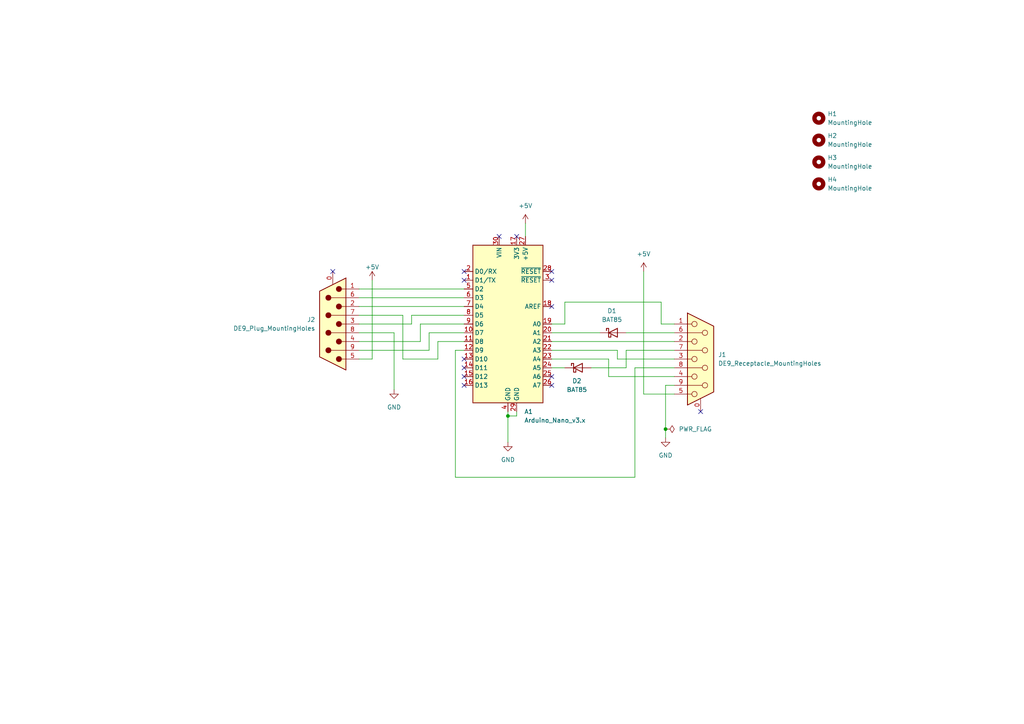
<source format=kicad_sch>
(kicad_sch (version 20230121) (generator eeschema)
  (paper "A4")
  (title_block (rev "1.3"))
  (lib_symbols
    (symbol "Connector:DE9_Plug_MountingHoles" (pin_names (offset 1.016) hide)
      (property "Reference" "J" (at 0 16.51 0))
      (property "Value" "DE9_Plug_MountingHoles" (at 0 14.605 0))
      (symbol "DE9_Plug_MountingHoles_0_1"
        (circle (center -1.778 -10.16) (radius 0.762) (fill (type outline)))
        (circle (center -1.778 -5.08) (radius 0.762) (fill (type outline)))
        (circle (center -1.778 0) (radius 0.762) (fill (type outline)))
        (circle (center -1.778 5.08) (radius 0.762) (fill (type outline)))
        (circle (center -1.778 10.16) (radius 0.762) (fill (type outline)))
        (polyline (pts (xy -3.81 -10.16) (xy -2.54 -10.16)))
        (polyline (pts (xy -3.81 -7.62) (xy 0.508 -7.62)))
        (polyline (pts (xy -3.81 -5.08) (xy -2.54 -5.08)))
        (polyline (pts (xy -3.81 -2.54) (xy 0.508 -2.54)))
        (polyline (pts (xy -3.81 0) (xy -2.54 0)))
        (polyline (pts (xy -3.81 2.54) (xy 0.508 2.54)))
        (polyline (pts (xy -3.81 5.08) (xy -2.54 5.08)))
        (polyline (pts (xy -3.81 7.62) (xy 0.508 7.62)))
        (polyline (pts (xy -3.81 10.16) (xy -2.54 10.16)))
        (polyline (pts (xy -3.81 -13.335) (xy -3.81 13.335) (xy 3.81 9.525) (xy 3.81 -9.525) (xy -3.81 -13.335)) (stroke (width 0.254)) (fill (type background)))
        (circle (center 1.27 -7.62) (radius 0.762) (fill (type outline)))
        (circle (center 1.27 -2.54) (radius 0.762) (fill (type outline)))
        (circle (center 1.27 2.54) (radius 0.762) (fill (type outline)))
        (circle (center 1.27 7.62) (radius 0.762) (fill (type outline)))
      )
      (symbol "DE9_Plug_MountingHoles_1_1"
        (pin passive line (at 0 -15.24 90) (length 3.81) (name "PAD") (number "0"))
        (pin passive line (at -7.62 -10.16 0) (length 3.81) (name "1") (number "1"))
        (pin passive line (at -7.62 -5.08 0) (length 3.81) (name "2") (number "2"))
        (pin passive line (at -7.62 0 0) (length 3.81) (name "3") (number "3"))
        (pin passive line (at -7.62 5.08 0) (length 3.81) (name "4") (number "4"))
        (pin passive line (at -7.62 10.16 0) (length 3.81) (name "5") (number "5"))
        (pin passive line (at -7.62 -7.62 0) (length 3.81) (name "6") (number "6"))
        (pin passive line (at -7.62 -2.54 0) (length 3.81) (name "7") (number "7"))
        (pin passive line (at -7.62 2.54 0) (length 3.81) (name "8") (number "8"))
        (pin passive line (at -7.62 7.62 0) (length 3.81) (name "9") (number "9"))
      )
    )
    (symbol "Connector:DE9_Receptacle_MountingHoles" (pin_names (offset 1.016) hide)
      (property "Reference" "J" (at 0 16.51 0))
      (property "Value" "DE9_Receptacle_MountingHoles" (at 0 14.605 0))
      (symbol "DE9_Receptacle_MountingHoles_0_1"
        (circle (center -1.778 -10.16) (radius 0.762))
        (circle (center -1.778 -5.08) (radius 0.762))
        (circle (center -1.778 0) (radius 0.762))
        (circle (center -1.778 5.08) (radius 0.762))
        (circle (center -1.778 10.16) (radius 0.762))
        (polyline (pts (xy -3.81 -10.16) (xy -2.54 -10.16)))
        (polyline (pts (xy -3.81 -7.62) (xy 0.508 -7.62)))
        (polyline (pts (xy -3.81 -5.08) (xy -2.54 -5.08)))
        (polyline (pts (xy -3.81 -2.54) (xy 0.508 -2.54)))
        (polyline (pts (xy -3.81 0) (xy -2.54 0)))
        (polyline (pts (xy -3.81 2.54) (xy 0.508 2.54)))
        (polyline (pts (xy -3.81 5.08) (xy -2.54 5.08)))
        (polyline (pts (xy -3.81 7.62) (xy 0.508 7.62)))
        (polyline (pts (xy -3.81 10.16) (xy -2.54 10.16)))
        (polyline (pts (xy -3.81 13.335) (xy -3.81 -13.335) (xy 3.81 -9.525) (xy 3.81 9.525) (xy -3.81 13.335)) (stroke (width 0.254)) (fill (type background)))
        (circle (center 1.27 -7.62) (radius 0.762))
        (circle (center 1.27 -2.54) (radius 0.762))
        (circle (center 1.27 2.54) (radius 0.762))
        (circle (center 1.27 7.62) (radius 0.762))
      )
      (symbol "DE9_Receptacle_MountingHoles_1_1"
        (pin passive line (at 0 -15.24 90) (length 3.81) (name "PAD") (number "0"))
        (pin passive line (at -7.62 10.16 0) (length 3.81) (name "1") (number "1"))
        (pin passive line (at -7.62 5.08 0) (length 3.81) (name "2") (number "2"))
        (pin passive line (at -7.62 0 0) (length 3.81) (name "3") (number "3"))
        (pin passive line (at -7.62 -5.08 0) (length 3.81) (name "4") (number "4"))
        (pin passive line (at -7.62 -10.16 0) (length 3.81) (name "5") (number "5"))
        (pin passive line (at -7.62 7.62 0) (length 3.81) (name "6") (number "6"))
        (pin passive line (at -7.62 2.54 0) (length 3.81) (name "7") (number "7"))
        (pin passive line (at -7.62 -2.54 0) (length 3.81) (name "8") (number "8"))
        (pin passive line (at -7.62 -7.62 0) (length 3.81) (name "9") (number "9"))
      )
    )
    (symbol "Diode:BAT85" (pin_numbers hide) (pin_names (offset 1.016) hide)
      (property "Reference" "D" (at 0 2.54 0))
      (property "Value" "BAT85" (at 0 -2.54 0))
      (symbol "BAT85_0_1"
        (polyline (pts (xy 1.27 0) (xy -1.27 0)))
        (polyline (pts (xy 1.27 1.27) (xy 1.27 -1.27) (xy -1.27 0) (xy 1.27 1.27)) (stroke (width 0.254)))
        (polyline (pts (xy -1.905 0.635) (xy -1.905 1.27) (xy -1.27 1.27) (xy -1.27 -1.27) (xy -0.635 -1.27) (xy -0.635 -0.635)) (stroke (width 0.254)))
      )
      (symbol "BAT85_1_1"
        (pin passive line (at -3.81 0 0) (length 2.54) (name "K") (number "1"))
        (pin passive line (at 3.81 0 180) (length 2.54) (name "A") (number "2"))
      )
    )
    (symbol "MCU_Module:Arduino_Nano_v3.x"
      (property "Reference" "A" (at -10.16 23.495 0))
      (property "Value" "Arduino_Nano_v3.x" (at 5.08 -24.13 0))
      (symbol "Arduino_Nano_v3.x_0_1"
        (rectangle (start -10.16 22.86) (end 10.16 -22.86) (stroke (width 0.254)) (fill (type background)))
      )
      (symbol "Arduino_Nano_v3.x_1_1"
        (pin bidirectional line (at -12.7 12.7 0) (length 2.54) (name "D1/TX") (number "1"))
        (pin bidirectional line (at -12.7 -2.54 0) (length 2.54) (name "D7") (number "10"))
        (pin bidirectional line (at -12.7 -5.08 0) (length 2.54) (name "D8") (number "11"))
        (pin bidirectional line (at -12.7 -7.62 0) (length 2.54) (name "D9") (number "12"))
        (pin bidirectional line (at -12.7 -10.16 0) (length 2.54) (name "D10") (number "13"))
        (pin bidirectional line (at -12.7 -12.7 0) (length 2.54) (name "D11") (number "14"))
        (pin bidirectional line (at -12.7 -15.24 0) (length 2.54) (name "D12") (number "15"))
        (pin bidirectional line (at -12.7 -17.78 0) (length 2.54) (name "D13") (number "16"))
        (pin power_out line (at 2.54 25.4 270) (length 2.54) (name "3V3") (number "17"))
        (pin input line (at 12.7 5.08 180) (length 2.54) (name "AREF") (number "18"))
        (pin bidirectional line (at 12.7 0 180) (length 2.54) (name "A0") (number "19"))
        (pin bidirectional line (at -12.7 15.24 0) (length 2.54) (name "D0/RX") (number "2"))
        (pin bidirectional line (at 12.7 -2.54 180) (length 2.54) (name "A1") (number "20"))
        (pin bidirectional line (at 12.7 -5.08 180) (length 2.54) (name "A2") (number "21"))
        (pin bidirectional line (at 12.7 -7.62 180) (length 2.54) (name "A3") (number "22"))
        (pin bidirectional line (at 12.7 -10.16 180) (length 2.54) (name "A4") (number "23"))
        (pin bidirectional line (at 12.7 -12.7 180) (length 2.54) (name "A5") (number "24"))
        (pin bidirectional line (at 12.7 -15.24 180) (length 2.54) (name "A6") (number "25"))
        (pin bidirectional line (at 12.7 -17.78 180) (length 2.54) (name "A7") (number "26"))
        (pin power_out line (at 5.08 25.4 270) (length 2.54) (name "+5V") (number "27"))
        (pin input line (at 12.7 15.24 180) (length 2.54) (name "~{RESET}") (number "28"))
        (pin power_in line (at 2.54 -25.4 90) (length 2.54) (name "GND") (number "29"))
        (pin input line (at 12.7 12.7 180) (length 2.54) (name "~{RESET}") (number "3"))
        (pin power_in line (at -2.54 25.4 270) (length 2.54) (name "VIN") (number "30"))
        (pin power_in line (at 0 -25.4 90) (length 2.54) (name "GND") (number "4"))
        (pin bidirectional line (at -12.7 10.16 0) (length 2.54) (name "D2") (number "5"))
        (pin bidirectional line (at -12.7 7.62 0) (length 2.54) (name "D3") (number "6"))
        (pin bidirectional line (at -12.7 5.08 0) (length 2.54) (name "D4") (number "7"))
        (pin bidirectional line (at -12.7 2.54 0) (length 2.54) (name "D5") (number "8"))
        (pin bidirectional line (at -12.7 0 0) (length 2.54) (name "D6") (number "9"))
      )
    )
    (symbol "Mechanical:MountingHole" (pin_names (offset 1.016))
      (property "Reference" "H" (at 0 5.08 0))
      (property "Value" "MountingHole" (at 0 3.175 0))
      (symbol "MountingHole_0_1"
        (circle (center 0 0) (radius 1.27) (stroke (width 1.27)))
      )
    )
    (symbol "power:+5V" (power) (pin_names (offset 0))
      (property "Value" "+5V" (at 0 3.556 0))
      (symbol "+5V_0_1"
        (polyline (pts (xy -0.762 1.27) (xy 0 2.54)))
        (polyline (pts (xy 0 0) (xy 0 2.54)))
        (polyline (pts (xy 0 2.54) (xy 0.762 1.27)))
      )
      (symbol "+5V_1_1"
        (pin power_in line (at 0 0 90) (length 0) hide (name "+5V") (number "1"))
      )
    )
    (symbol "power:GND" (power) (pin_names (offset 0))
      (property "Value" "GND" (at 0 -3.81 0))
      (symbol "GND_0_1"
        (polyline (pts (xy 0 0) (xy 0 -1.27) (xy 1.27 -1.27) (xy 0 -2.54) (xy -1.27 -1.27) (xy 0 -1.27)))
      )
      (symbol "GND_1_1"
        (pin power_in line (at 0 0 270) (length 0) hide (name "GND") (number "1"))
      )
    )
    (symbol "power:PWR_FLAG" (power) (pin_numbers hide) (pin_names (offset 0) hide)
      (property "Value" "PWR_FLAG" (at 0 3.81 0))
      (symbol "PWR_FLAG_0_0"
        (pin power_out line (at 0 0 90) (length 0) (name "pwr") (number "1"))
      )
      (symbol "PWR_FLAG_0_1"
        (polyline (pts (xy 0 0) (xy 0 1.27) (xy -1.016 1.905) (xy 0 2.54) (xy 1.016 1.905) (xy 0 1.27)))
      )
    )
  )
  (junction (at 193.04 124.46))
  (junction (at 147.32 120.65))
  (no_connect (at 144.78 68.58))
  (no_connect (at 134.62 78.74))
  (no_connect (at 134.62 111.76))
  (no_connect (at 149.86 68.58))
  (no_connect (at 134.62 81.28))
  (no_connect (at 160.02 111.76))
  (no_connect (at 160.02 81.28))
  (no_connect (at 160.02 109.22))
  (no_connect (at 160.02 88.9))
  (no_connect (at 134.62 109.22))
  (no_connect (at 134.62 104.14))
  (no_connect (at 96.52 78.74))
  (no_connect (at 134.62 106.68))
  (no_connect (at 160.02 78.74))
  (no_connect (at 203.2 119.38))
  (wire (pts (xy 160.02 104.14) (xy 176.53 104.14)))
  (wire (pts (xy 116.84 91.44) (xy 116.84 104.14)))
  (wire (pts (xy 179.07 101.6) (xy 160.02 101.6)))
  (wire (pts (xy 104.14 101.6) (xy 124.46 101.6)))
  (wire (pts (xy 181.61 106.68) (xy 171.45 106.68)))
  (wire (pts (xy 184.15 138.43) (xy 184.15 106.68)))
  (wire (pts (xy 132.08 101.6) (xy 134.62 101.6)))
  (wire (pts (xy 195.58 101.6) (xy 181.61 101.6)))
  (wire (pts (xy 176.53 109.22) (xy 176.53 104.14)))
  (wire (pts (xy 163.83 87.63) (xy 163.83 93.98)))
  (wire (pts (xy 119.38 93.98) (xy 119.38 91.44)))
  (wire (pts (xy 193.04 124.46) (xy 193.04 127)))
  (wire (pts (xy 191.77 93.98) (xy 195.58 93.98)))
  (wire (pts (xy 149.86 120.65) (xy 149.86 119.38)))
  (wire (pts (xy 104.14 93.98) (xy 119.38 93.98)))
  (wire (pts (xy 186.69 114.3) (xy 195.58 114.3)))
  (wire (pts (xy 152.4 64.77) (xy 152.4 68.58)))
  (wire (pts (xy 124.46 101.6) (xy 124.46 96.52)))
  (wire (pts (xy 147.32 120.65) (xy 147.32 128.27)))
  (wire (pts (xy 104.14 88.9) (xy 134.62 88.9)))
  (wire (pts (xy 160.02 96.52) (xy 173.99 96.52)))
  (wire (pts (xy 104.14 83.82) (xy 134.62 83.82)))
  (wire (pts (xy 107.95 104.14) (xy 107.95 81.28)))
  (wire (pts (xy 160.02 93.98) (xy 163.83 93.98)))
  (wire (pts (xy 116.84 104.14) (xy 127 104.14)))
  (wire (pts (xy 147.32 120.65) (xy 147.32 119.38)))
  (wire (pts (xy 104.14 104.14) (xy 107.95 104.14)))
  (wire (pts (xy 127 104.14) (xy 127 99.06)))
  (wire (pts (xy 119.38 91.44) (xy 134.62 91.44)))
  (wire (pts (xy 160.02 99.06) (xy 195.58 99.06)))
  (wire (pts (xy 132.08 138.43) (xy 184.15 138.43)))
  (wire (pts (xy 127 99.06) (xy 134.62 99.06)))
  (wire (pts (xy 121.92 99.06) (xy 121.92 93.98)))
  (wire (pts (xy 186.69 78.74) (xy 186.69 114.3)))
  (wire (pts (xy 147.32 120.65) (xy 149.86 120.65)))
  (wire (pts (xy 181.61 96.52) (xy 195.58 96.52)))
  (wire (pts (xy 179.07 104.14) (xy 179.07 101.6)))
  (wire (pts (xy 184.15 106.68) (xy 195.58 106.68)))
  (wire (pts (xy 104.14 86.36) (xy 134.62 86.36)))
  (wire (pts (xy 195.58 104.14) (xy 179.07 104.14)))
  (wire (pts (xy 104.14 91.44) (xy 116.84 91.44)))
  (wire (pts (xy 181.61 101.6) (xy 181.61 106.68)))
  (wire (pts (xy 121.92 93.98) (xy 134.62 93.98)))
  (wire (pts (xy 104.14 99.06) (xy 121.92 99.06)))
  (wire (pts (xy 163.83 106.68) (xy 160.02 106.68)))
  (wire (pts (xy 114.3 96.52) (xy 114.3 113.03)))
  (wire (pts (xy 104.14 96.52) (xy 114.3 96.52)))
  (wire (pts (xy 191.77 87.63) (xy 191.77 93.98)))
  (wire (pts (xy 195.58 109.22) (xy 176.53 109.22)))
  (wire (pts (xy 195.58 111.76) (xy 193.04 111.76)))
  (wire (pts (xy 193.04 111.76) (xy 193.04 124.46)))
  (wire (pts (xy 163.83 87.63) (xy 191.77 87.63)))
  (wire (pts (xy 132.08 101.6) (xy 132.08 138.43)))
  (wire (pts (xy 124.46 96.52) (xy 134.62 96.52)))
  (symbol (lib_id "power:GND") (at 193.04 127 0) (unit 1)
    (property "Reference" "#PWR03" (effects hide))
    (property "Value" "GND" (at 193.04 132.08 0))
  )
  (symbol (lib_id "Diode:BAT85") (at 177.8 96.52 0) (unit 1)
    (property "Reference" "D1" (at 177.4825 90.17 0))
    (property "Value" "BAT85" (at 177.4825 92.71 0))
    (property "Footprint" "Diode_THT:D_DO-35_SOD27_P7.62mm_Horizontal" (effects hide))
    (property "Datasheet" "https://assets.nexperia.com/documents/data-sheet/BAT85.pdf" (effects hide))
  )
  (symbol (lib_id "Mechanical:MountingHole") (at 237.49 40.64 0) (unit 1)
    (property "Reference" "H2" (at 240.03 39.37 0) (effects (justify left)))
    (property "Value" "MountingHole" (at 240.03 41.91 0) (effects (justify left)))
    (property "Footprint" "MountingHole:MountingHole_3.2mm_M3" (effects hide))
  )
  (symbol (lib_id "power:+5V") (at 107.95 81.28 0) (unit 1)
    (property "Reference" "#PWR02" (effects hide))
    (property "Value" "+5V" (at 107.95 77.47 0))
  )
  (symbol (lib_id "Mechanical:MountingHole") (at 237.49 53.34 0) (unit 1)
    (property "Reference" "H4" (at 240.03 52.07 0) (effects (justify left)))
    (property "Value" "MountingHole" (at 240.03 54.61 0) (effects (justify left)))
    (property "Footprint" "MountingHole:MountingHole_3.2mm_M3" (effects hide))
  )
  (symbol (lib_id "MCU_Module:Arduino_Nano_v3.x") (at 147.32 93.98 0) (unit 1)
    (property "Reference" "A1" (at 152.0541 119.38 0) (effects (justify left)))
    (property "Value" "Arduino_Nano_v3.x" (at 152.0541 121.92 0) (effects (justify left)))
    (property "Footprint" "Module:Arduino_Nano" (effects hide))
    (property "Datasheet" "http://www.mouser.com/pdfdocs/Gravitech_Arduino_Nano3_0.pdf" (effects hide))
  )
  (symbol (lib_id "Connector:DE9_Plug_MountingHoles") (at 96.52 93.98 180) (unit 1)
    (property "Reference" "J2" (at 91.44 92.71 0) (effects (justify left)))
    (property "Value" "DE9_Plug_MountingHoles" (at 91.44 95.25 0) (effects (justify left)))
    (property "Footprint" "Connector_Dsub:DSUB-9_Male_Horizontal_P2.77x2.84mm_EdgePinOffset9.90mm_Housed_MountingHolesOffset11.32mm" (effects hide))
    (property "Datasheet" " ~" (effects hide))
  )
  (symbol (lib_id "Diode:BAT85") (at 167.64 106.68 0) (unit 1)
    (property "Reference" "D2" (at 167.3225 110.49 0))
    (property "Value" "BAT85" (at 167.3225 113.03 0))
    (property "Footprint" "Diode_THT:D_DO-35_SOD27_P7.62mm_Horizontal" (effects hide))
    (property "Datasheet" "https://assets.nexperia.com/documents/data-sheet/BAT85.pdf" (effects hide))
  )
  (symbol (lib_id "Connector:DE9_Receptacle_MountingHoles") (at 203.2 104.14 0) (unit 1)
    (property "Reference" "J1" (at 208.28 102.87 0) (effects (justify left)))
    (property "Value" "DE9_Receptacle_MountingHoles" (at 208.28 105.41 0) (effects (justify left)))
    (property "Footprint" "Connector_Dsub:DSUB-9_Female_Horizontal_P2.77x2.84mm_EdgePinOffset9.90mm_Housed_MountingHolesOffset11.32mm" (effects hide))
    (property "Datasheet" " ~" (effects hide))
  )
  (symbol (lib_id "power:GND") (at 114.3 113.03 0) (unit 1)
    (property "Reference" "#PWR01" (effects hide))
    (property "Value" "GND" (at 114.3 118.11 0))
  )
  (symbol (lib_id "power:GND") (at 147.32 128.27 0) (unit 1)
    (property "Reference" "#PWR04" (effects hide))
    (property "Value" "GND" (at 147.32 133.35 0))
  )
  (symbol (lib_id "Mechanical:MountingHole") (at 237.49 46.99 0) (unit 1)
    (property "Reference" "H3" (at 240.03 45.72 0) (effects (justify left)))
    (property "Value" "MountingHole" (at 240.03 48.26 0) (effects (justify left)))
    (property "Footprint" "MountingHole:MountingHole_3.2mm_M3" (effects hide))
  )
  (symbol (lib_id "power:+5V") (at 152.4 64.77 0) (unit 1)
    (property "Reference" "#PWR06" (effects hide))
    (property "Value" "+5V" (at 152.4 59.69 0))
  )
  (symbol (lib_id "Mechanical:MountingHole") (at 237.49 34.29 0) (unit 1)
    (property "Reference" "H1" (at 240.03 33.02 0) (effects (justify left)))
    (property "Value" "MountingHole" (at 240.03 35.56 0) (effects (justify left)))
    (property "Footprint" "MountingHole:MountingHole_3.2mm_M3" (effects hide))
  )
  (symbol (lib_id "power:PWR_FLAG") (at 193.04 124.46 270) (unit 1)
    (property "Reference" "#FLG01" (effects hide))
    (property "Value" "PWR_FLAG" (at 196.85 124.46 90) (effects (justify left)))
  )
  (symbol (lib_id "power:+5V") (at 186.69 78.74 0) (unit 1)
    (property "Reference" "#PWR05" (effects hide))
    (property "Value" "+5V" (at 186.69 73.66 0))
  )
)
</source>
